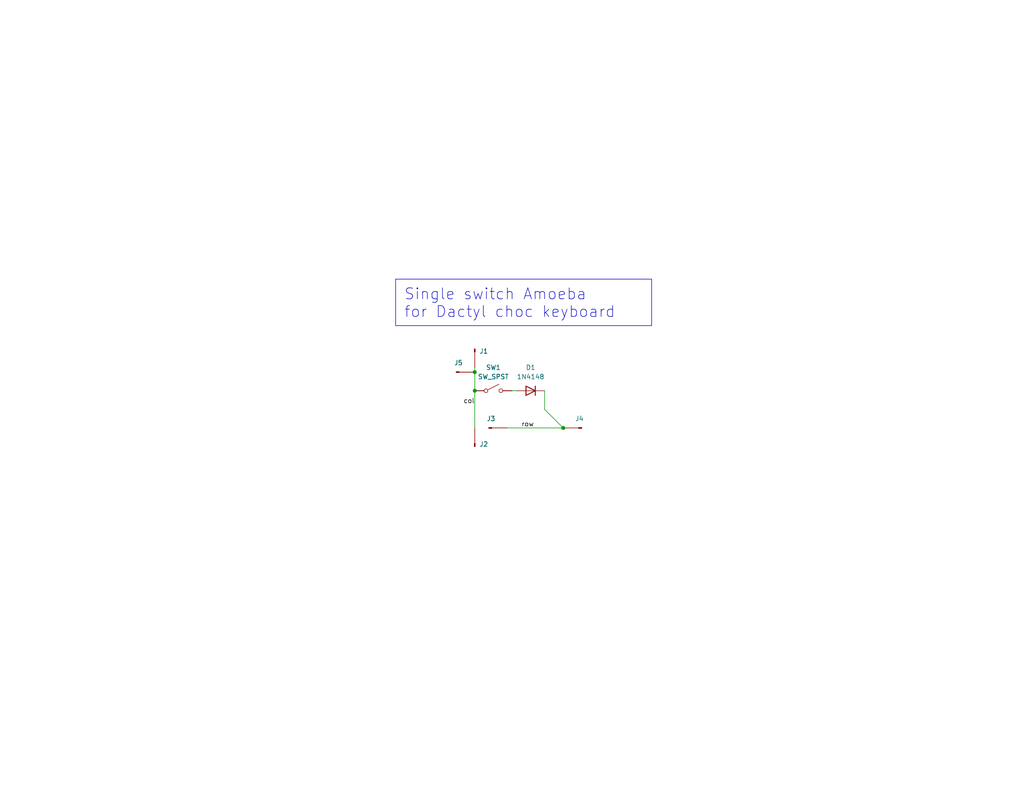
<source format=kicad_sch>
(kicad_sch (version 20231120) (generator "eeschema") (generator_version "8.0")
  (paper "USLetter")
  (lib_symbols
    (symbol "Conn_01x01_Pin_1" (pin_numbers hide) (pin_names (offset 1.016) hide)
      (property "Reference" "J" (at 0 2.54 0))
      (property "Value" "Conn_01x01_Pin" (at 0 -2.54 0))
      (symbol "Conn_01x01_Pin_1_1_1"
        (polyline (pts (xy 1.27 0) (xy 0.8636 0)) (stroke (width 0.1524)))
        (rectangle (start 0.8636 0.127) (end 0 -0.127) (stroke (width 0.1524)) (fill (type outline)))
        (pin passive line (at 5.08 0 180) (length 3.81) (name "Pin_1") (number "1"))
      )
    )
    (symbol "Conn_01x01_Pin_2" (pin_numbers hide) (pin_names (offset 1.016) hide)
      (property "Reference" "J" (at 0 2.54 0))
      (property "Value" "Conn_01x01_Pin" (at 0 -2.54 0))
      (symbol "Conn_01x01_Pin_2_1_1"
        (polyline (pts (xy 1.27 0) (xy 0.8636 0)) (stroke (width 0.1524)))
        (rectangle (start 0.8636 0.127) (end 0 -0.127) (stroke (width 0.1524)) (fill (type outline)))
        (pin passive line (at 5.08 0 180) (length 3.81) (name "Pin_1") (number "1"))
      )
    )
    (symbol "Conn_01x01_Pin_3" (pin_numbers hide) (pin_names (offset 1.016) hide)
      (property "Reference" "J" (at 0 2.54 0))
      (property "Value" "Conn_01x01_Pin" (at 0 -2.54 0))
      (symbol "Conn_01x01_Pin_3_1_1"
        (polyline (pts (xy 1.27 0) (xy 0.8636 0)) (stroke (width 0.1524)))
        (rectangle (start 0.8636 0.127) (end 0 -0.127) (stroke (width 0.1524)) (fill (type outline)))
        (pin passive line (at 5.08 0 180) (length 3.81) (name "Pin_1") (number "1"))
      )
    )
    (symbol "Connector:Conn_01x01_Pin" (pin_numbers hide) (pin_names (offset 1.016) hide)
      (property "Reference" "J" (at 0 2.54 0))
      (property "Value" "Conn_01x01_Pin" (at 0 -2.54 0))
      (symbol "Conn_01x01_Pin_1_1"
        (polyline (pts (xy 1.27 0) (xy 0.8636 0)) (stroke (width 0.1524)))
        (rectangle (start 0.8636 0.127) (end 0 -0.127) (stroke (width 0.1524)) (fill (type outline)))
        (pin passive line (at 5.08 0 180) (length 3.81) (name "Pin_1") (number "1"))
      )
    )
    (symbol "Diode:1N4148" (pin_numbers hide) (pin_names hide)
      (property "Reference" "D" (at 0 2.54 0))
      (property "Value" "1N4148" (at 0 -2.54 0))
      (symbol "1N4148_0_1"
        (polyline (pts (xy -1.27 1.27) (xy -1.27 -1.27)) (stroke (width 0.254)))
        (polyline (pts (xy 1.27 0) (xy -1.27 0)))
        (polyline (pts (xy 1.27 1.27) (xy 1.27 -1.27) (xy -1.27 0) (xy 1.27 1.27)) (stroke (width 0.254)))
      )
      (symbol "1N4148_1_1"
        (pin passive line (at -3.81 0 0) (length 2.54) (name "K") (number "1"))
        (pin passive line (at 3.81 0 180) (length 2.54) (name "A") (number "2"))
      )
    )
    (symbol "Switch:SW_SPST" (pin_numbers hide) (pin_names (offset 0) hide)
      (property "Reference" "SW" (at 0 3.175 0))
      (property "Value" "SW_SPST" (at 0 -2.54 0))
      (symbol "SW_SPST_0_0"
        (circle (center -2.032 0) (radius 0.508))
        (polyline (pts (xy -1.524 0.254) (xy 1.524 1.778)))
        (circle (center 2.032 0) (radius 0.508))
      )
      (symbol "SW_SPST_1_1"
        (pin passive line (at -5.08 0 0) (length 2.54) (name "A") (number "1"))
        (pin passive line (at 5.08 0 180) (length 2.54) (name "B") (number "2"))
      )
    )
  )
  (junction (at 129.54 101.6))
  (junction (at 129.54 106.68))
  (junction (at 153.67 116.84))
  (wire (pts (xy 148.59 111.76) (xy 153.67 116.84)))
  (wire (pts (xy 148.59 106.68) (xy 148.59 111.76)))
  (wire (pts (xy 138.43 116.84) (xy 153.67 116.84)))
  (wire (pts (xy 129.54 100.33) (xy 129.54 101.6)))
  (wire (pts (xy 139.7 106.68) (xy 140.97 106.68)))
  (wire (pts (xy 129.54 106.68) (xy 129.54 116.84)))
  (wire (pts (xy 129.54 101.6) (xy 129.54 106.68)))
  (text_box "Single switch Amoeba\nfor Dactyl choc keyboard" (at 107.95 76.2 0) (size 69.85 12.7) (effects (font (size 3 3)) (justify left top)))
  (label "col" (at 129.54 110.49 180))
  (label "row" (at 142.24 116.84 0))
  (symbol (lib_name "Conn_01x01_Pin_2") (lib_id "Connector:Conn_01x01_Pin") (at 133.35 116.84 0) (unit 1) (in_bom no)
    (property "Reference" "J3" (at 133.985 114.3 0))
    (property "Value" "Conn_01x01_Pin" (effects (hide yes)))
    (property "Footprint" "Amoeba_Choc_Nar:Pin_D0.8mm_L7.0mm" (effects (hide yes)))
    (property "Config" "do not fit" (effects (hide yes)))
  )
  (symbol (lib_name "Conn_01x01_Pin_1") (lib_id "Connector:Conn_01x01_Pin") (at 124.46 101.6 0) (unit 1) (in_bom no)
    (property "Reference" "J5" (at 125.095 99.06 0))
    (property "Value" "Conn_01x01_Pin" (effects (hide yes)))
    (property "Footprint" "Amoeba_Choc_Nar:Pin_D0.8mm_L7.0mm" (effects (hide yes)))
    (property "Config" "do not fit" (effects (hide yes)))
  )
  (symbol (lib_name "Conn_01x01_Pin_3") (lib_id "Connector:Conn_01x01_Pin") (at 129.54 95.25 270) (unit 1) (in_bom no)
    (property "Reference" "J1" (at 130.81 95.885 90) (effects (justify left)))
    (property "Value" "Conn_01x01_Pin" (effects (hide yes)))
    (property "Footprint" "Amoeba_Choc_Nar:Pin_D0.8mm_L7.0mm" (effects (hide yes)))
    (property "Config" "do not fit" (effects (hide yes)))
  )
  (symbol (lib_id "Switch:SW_SPST") (at 134.62 106.68 0) (unit 1) (in_bom no)
    (property "Reference" "SW1" (at 134.62 100.33 0))
    (property "Value" "SW_SPST" (at 134.62 102.87 0))
    (property "Footprint" "Amoeba_Choc_Nar:pg1350-hotswap" (effects (hide yes)))
    (property "Config" "do not fit" (effects (hide yes)))
  )
  (symbol (lib_id "Diode:1N4148") (at 144.78 106.68 180) (unit 1)
    (property "Reference" "D1" (at 144.78 100.33 0))
    (property "Value" "1N4148" (at 144.78 102.87 0))
    (property "Footprint" "Diode_SMD:D_SOD-123" (effects (hide yes)))
    (property "Datasheet" "https://assets.nexperia.com/documents/data-sheet/1N4148_1N4448.pdf" (effects (hide yes)))
    (property "Sim.Device" "D" (effects (hide yes)))
    (property "Sim.Pins" "1=K 2=A" (effects (hide yes)))
    (property "LCSC" "C81598" (effects (hide yes)))
  )
  (symbol (lib_id "Connector:Conn_01x01_Pin") (at 158.75 116.84 180) (unit 1) (in_bom no)
    (property "Reference" "J4" (at 158.115 114.3 0))
    (property "Value" "Conn_01x01_Pin" (effects (hide yes)))
    (property "Footprint" "Amoeba_Choc_Nar:Pin_D0.8mm_L7.0mm" (effects (hide yes)))
    (property "Config" "do not fit" (effects (hide yes)))
  )
  (symbol (lib_name "Conn_01x01_Pin_1") (lib_id "Connector:Conn_01x01_Pin") (at 129.54 121.92 90) (unit 1) (in_bom no)
    (property "Reference" "J2" (at 130.81 121.285 90) (effects (justify right)))
    (property "Value" "Conn_01x01_Pin" (effects (hide yes)))
    (property "Footprint" "Amoeba_Choc_Nar:Pin_D0.8mm_L7.0mm" (effects (hide yes)))
    (property "Config" "do not fit" (effects (hide yes)))
  )
)
</source>
